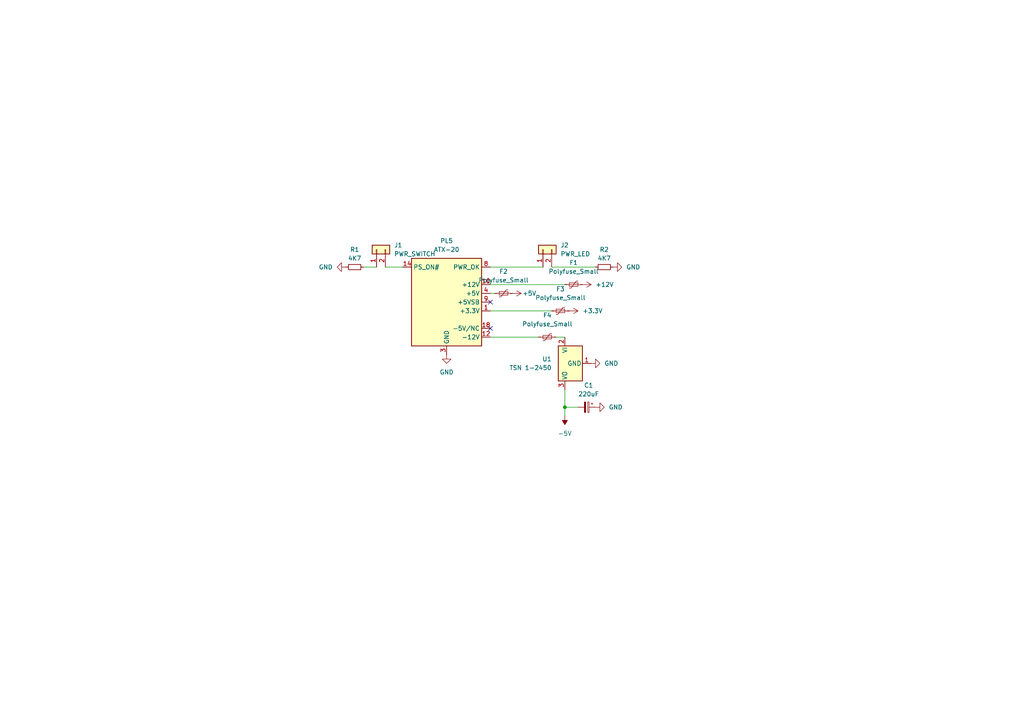
<source format=kicad_sch>
(kicad_sch (version 20231120) (generator "eeschema") (generator_version "8.0")
  (paper "A4")
  (lib_symbols
    (symbol "Connector:ATX-20"
      (property "Reference" "J" (at -8.89 13.97 0))
      (property "Value" "ATX-20" (at 6.35 13.97 0))
      (symbol "ATX-20_0_1"
        (rectangle (start -10.16 12.7) (end 10.16 -12.7) (stroke (width 0.254)) (fill (type background)))
      )
      (symbol "ATX-20_1_1"
        (pin power_out line (at 12.7 -2.54 180) (length 2.54) (name "+3.3V") (number "1"))
        (pin power_out line (at 12.7 5.08 180) (length 2.54) (name "+12V") (number "10"))
        (pin passive line (at 12.7 -2.54 180) (length 2.54) hide (name "+3.3V") (number "11"))
        (pin power_out line (at 12.7 -10.16 180) (length 2.54) (name "-12V") (number "12"))
        (pin passive line (at 0 -15.24 90) (length 2.54) hide (name "GND") (number "13"))
        (pin open_collector line (at -12.7 10.16 0) (length 2.54) (name "PS_ON#") (number "14"))
        (pin passive line (at 0 -15.24 90) (length 2.54) hide (name "GND") (number "15"))
        (pin passive line (at 0 -15.24 90) (length 2.54) hide (name "GND") (number "16"))
        (pin passive line (at 0 -15.24 90) (length 2.54) hide (name "GND") (number "17"))
        (pin power_out line (at 12.7 -7.62 180) (length 2.54) (name "-5V/NC") (number "18"))
        (pin passive line (at 12.7 2.54 180) (length 2.54) hide (name "+5V") (number "19"))
        (pin passive line (at 12.7 -2.54 180) (length 2.54) hide (name "+3.3V") (number "2"))
        (pin passive line (at 12.7 2.54 180) (length 2.54) hide (name "+5V") (number "20"))
        (pin power_out line (at 0 -15.24 90) (length 2.54) (name "GND") (number "3"))
        (pin power_out line (at 12.7 2.54 180) (length 2.54) (name "+5V") (number "4"))
        (pin passive line (at 0 -15.24 90) (length 2.54) hide (name "GND") (number "5"))
        (pin passive line (at 12.7 2.54 180) (length 2.54) hide (name "+5V") (number "6"))
        (pin passive line (at 0 -15.24 90) (length 2.54) hide (name "GND") (number "7"))
        (pin output line (at 12.7 10.16 180) (length 2.54) (name "PWR_OK") (number "8"))
        (pin power_out line (at 12.7 0 180) (length 2.54) (name "+5VSB") (number "9"))
      )
    )
    (symbol "Connector_Generic:Conn_01x02" (pin_names (offset 1.016) hide)
      (property "Reference" "J" (at 0 2.54 0))
      (property "Value" "Conn_01x02" (at 0 -5.08 0))
      (symbol "Conn_01x02_1_1"
        (rectangle (start -1.27 -2.413) (end 0 -2.667) (stroke (width 0.1524)))
        (rectangle (start -1.27 0.127) (end 0 -0.127) (stroke (width 0.1524)))
        (rectangle (start -1.27 1.27) (end 1.27 -3.81) (stroke (width 0.254)) (fill (type background)))
        (pin passive line (at -5.08 0 0) (length 3.81) (name "Pin_1") (number "1"))
        (pin passive line (at -5.08 -2.54 0) (length 3.81) (name "Pin_2") (number "2"))
      )
    )
    (symbol "Device:C_Polarized_Small" (pin_numbers hide) (pin_names (offset 0.254) hide)
      (property "Reference" "C" (at 0.254 1.778 0))
      (property "Value" "C_Polarized_Small" (at 0.254 -2.032 0))
      (symbol "C_Polarized_Small_0_1"
        (rectangle (start -1.524 -0.3048) (end 1.524 -0.6858) (fill (type outline)))
        (rectangle (start -1.524 0.6858) (end 1.524 0.3048))
        (polyline (pts (xy -1.27 1.524) (xy -0.762 1.524)))
        (polyline (pts (xy -1.016 1.27) (xy -1.016 1.778)))
      )
      (symbol "C_Polarized_Small_1_1"
        (pin passive line (at 0 2.54 270) (length 1.8542) (name "~") (number "1"))
        (pin passive line (at 0 -2.54 90) (length 1.8542) (name "~") (number "2"))
      )
    )
    (symbol "Device:Polyfuse_Small" (pin_numbers hide) (pin_names (offset 0))
      (property "Reference" "F" (at -1.905 0 90))
      (property "Value" "Polyfuse_Small" (at 1.905 0 90))
      (symbol "Polyfuse_Small_0_1"
        (rectangle (start -0.508 1.27) (end 0.508 -1.27))
        (polyline (pts (xy 0 2.54) (xy 0 -2.54)))
        (polyline (pts (xy -1.016 1.27) (xy -1.016 0.762) (xy 1.016 -0.762) (xy 1.016 -1.27)))
      )
      (symbol "Polyfuse_Small_1_1"
        (pin passive line (at 0 2.54 270) (length 0.635) (name "~") (number "1"))
        (pin passive line (at 0 -2.54 90) (length 0.635) (name "~") (number "2"))
      )
    )
    (symbol "Device:R_Small" (pin_numbers hide) (pin_names (offset 0.254) hide)
      (property "Reference" "R" (at 0.762 0.508 0))
      (property "Value" "R_Small" (at 0.762 -1.016 0))
      (symbol "R_Small_0_1"
        (rectangle (start -0.762 1.778) (end 0.762 -1.778) (stroke (width 0.2032)))
      )
      (symbol "R_Small_1_1"
        (pin passive line (at 0 2.54 270) (length 0.762) (name "~") (number "1"))
        (pin passive line (at 0 -2.54 90) (length 0.762) (name "~") (number "2"))
      )
    )
    (symbol "Regulator_Linear:LM7905_TO220" (pin_names (offset 0.254))
      (property "Reference" "U" (at -3.81 -3.175 0))
      (property "Value" "LM7905_TO220" (at 0 -3.175 0))
      (symbol "LM7905_TO220_0_1"
        (rectangle (start -5.08 5.08) (end 5.08 -1.905) (stroke (width 0.254)) (fill (type background)))
      )
      (symbol "LM7905_TO220_1_1"
        (pin power_in line (at 0 7.62 270) (length 2.54) (name "GND") (number "1"))
        (pin power_in line (at -7.62 0 0) (length 2.54) (name "VI") (number "2"))
        (pin power_out line (at 7.62 0 180) (length 2.54) (name "VO") (number "3"))
      )
    )
    (symbol "power:+12V" (power) (pin_names (offset 0))
      (property "Value" "+12V" (at 0 3.556 0))
      (symbol "+12V_0_1"
        (polyline (pts (xy -0.762 1.27) (xy 0 2.54)))
        (polyline (pts (xy 0 0) (xy 0 2.54)))
        (polyline (pts (xy 0 2.54) (xy 0.762 1.27)))
      )
      (symbol "+12V_1_1"
        (pin power_in line (at 0 0 90) (length 0) hide (name "+12V") (number "1"))
      )
    )
    (symbol "power:+3.3V" (power) (pin_numbers hide) (pin_names (offset 0) hide)
      (property "Value" "+3.3V" (at 0 3.556 0))
      (symbol "+3.3V_0_1"
        (polyline (pts (xy -0.762 1.27) (xy 0 2.54)))
        (polyline (pts (xy 0 0) (xy 0 2.54)))
        (polyline (pts (xy 0 2.54) (xy 0.762 1.27)))
      )
      (symbol "+3.3V_1_1"
        (pin power_in line (at 0 0 90) (length 0) (name "~") (number "1"))
      )
    )
    (symbol "power:+5V" (power) (pin_names (offset 0))
      (property "Value" "+5V" (at 0 3.556 0))
      (symbol "+5V_0_1"
        (polyline (pts (xy -0.762 1.27) (xy 0 2.54)))
        (polyline (pts (xy 0 0) (xy 0 2.54)))
        (polyline (pts (xy 0 2.54) (xy 0.762 1.27)))
      )
      (symbol "+5V_1_1"
        (pin power_in line (at 0 0 90) (length 0) hide (name "+5V") (number "1"))
      )
    )
    (symbol "power:-5V" (power) (pin_numbers hide) (pin_names (offset 0) hide)
      (property "Value" "-5V" (at 0 3.556 0))
      (symbol "-5V_0_0"
        (pin power_in line (at 0 0 90) (length 0) (name "~") (number "1"))
      )
      (symbol "-5V_0_1"
        (polyline (pts (xy 0 0) (xy 0 1.27) (xy 0.762 1.27) (xy 0 2.54) (xy -0.762 1.27) (xy 0 1.27)) (fill (type outline)))
      )
    )
    (symbol "power:GND" (power) (pin_names (offset 0))
      (property "Value" "GND" (at 0 -3.81 0))
      (symbol "GND_0_1"
        (polyline (pts (xy 0 0) (xy 0 -1.27) (xy 1.27 -1.27) (xy 0 -2.54) (xy -1.27 -1.27) (xy 0 -1.27)))
      )
      (symbol "GND_1_1"
        (pin power_in line (at 0 0 270) (length 0) hide (name "GND") (number "1"))
      )
    )
  )
  (junction (at 163.83 118.11))
  (no_connect (at 142.24 95.25))
  (no_connect (at 142.24 87.63))
  (wire (pts (xy 143.51 85.09) (xy 142.24 85.09)))
  (wire (pts (xy 167.64 118.11) (xy 163.83 118.11)))
  (wire (pts (xy 142.24 77.47) (xy 157.48 77.47)))
  (wire (pts (xy 161.29 97.79) (xy 163.83 97.79)))
  (wire (pts (xy 163.83 120.65) (xy 163.83 118.11)))
  (wire (pts (xy 163.83 118.11) (xy 163.83 113.03)))
  (wire (pts (xy 172.72 77.47) (xy 160.02 77.47)))
  (wire (pts (xy 160.02 90.17) (xy 142.24 90.17)))
  (wire (pts (xy 142.24 97.79) (xy 156.21 97.79)))
  (wire (pts (xy 163.83 82.55) (xy 142.24 82.55)))
  (wire (pts (xy 111.76 77.47) (xy 116.84 77.47)))
  (wire (pts (xy 105.41 77.47) (xy 109.22 77.47)))
  (symbol (lib_id "power:+5V") (at 148.59 85.09 270) (mirror x) (unit 1)
    (property "Reference" "#PWR025" (effects (hide yes)))
    (property "Value" "+5V" (at 155.575 85.09 90) (effects (justify right)))
  )
  (symbol (lib_id "power:+3.3V") (at 165.1 90.17 270) (unit 1)
    (property "Reference" "#PWR026" (effects (hide yes)))
    (property "Value" "+3.3V" (at 168.91 90.1699 90) (effects (justify left)))
    (property "Description" "Power symbol creates a global label with name \"+3.3V\"" (effects (hide yes)))
  )
  (symbol (lib_id "Device:R_Small") (at 175.26 77.47 90) (unit 1)
    (property "Reference" "R2" (at 175.26 72.39 90))
    (property "Value" "4K7" (at 175.26 74.93 90))
    (property "Footprint" "Resistor_THT:R_Axial_DIN0204_L3.6mm_D1.6mm_P2.54mm_Vertical" (effects (hide yes)))
    (property "Description" "Resistor, small symbol" (effects (hide yes)))
    (property "DigiKey" "541-4131-1-ND" (effects (hide yes)))
  )
  (symbol (lib_id "power:-5V") (at 163.83 120.65 180) (unit 1)
    (property "Reference" "#PWR027" (effects (hide yes)))
    (property "Value" "-5V" (at 163.83 125.73 0))
    (property "Description" "Power symbol creates a global label with name \"-5V\"" (effects (hide yes)))
  )
  (symbol (lib_id "Device:R_Small") (at 102.87 77.47 90) (unit 1)
    (property "Reference" "R1" (at 102.87 72.39 90))
    (property "Value" "4K7" (at 102.87 74.93 90))
    (property "Footprint" "Resistor_THT:R_Axial_DIN0204_L3.6mm_D1.6mm_P2.54mm_Vertical" (effects (hide yes)))
    (property "Description" "Resistor, small symbol" (effects (hide yes)))
    (property "DigiKey" "541-4131-1-ND" (effects (hide yes)))
  )
  (symbol (lib_id "Device:Polyfuse_Small") (at 166.37 82.55 90) (unit 1)
    (property "Reference" "F1" (at 166.37 76.2 90))
    (property "Value" "Polyfuse_Small" (at 166.37 78.74 90))
    (property "Footprint" "Fuse:Fuse_Bourns_MF-RHT400" (effects (hide yes)))
    (property "Description" "Resettable fuse, polymeric positive temperature coefficient, small symbol" (effects (hide yes)))
  )
  (symbol (lib_id "power:+12V") (at 168.91 82.55 270) (mirror x) (unit 1)
    (property "Reference" "#PWR024" (effects (hide yes)))
    (property "Value" "+12V" (at 172.72 82.5499 90) (effects (justify left)))
  )
  (symbol (lib_id "power:GND") (at 172.72 118.11 90) (mirror x) (unit 1)
    (property "Reference" "#PWR029" (effects (hide yes)))
    (property "Value" "GND" (at 176.53 118.1099 90) (effects (justify right)))
  )
  (symbol (lib_id "Regulator_Linear:LM7905_TO220") (at 163.83 105.41 270) (unit 1)
    (property "Reference" "U1" (at 160.02 104.1399 90) (effects (justify right)))
    (property "Value" "TSN 1-2450" (at 160.02 106.6799 90) (effects (justify right)))
    (property "Footprint" "Package_TO_SOT_THT:TO-220-3_Horizontal_TabDown" (effects (hide yes)))
    (property "Datasheet" "https://www.onsemi.com/pub/Collateral/MC7900-D.PDF" (effects (hide yes)))
    (property "Description" "Negative 1A 35V Linear Regulator, Fixed Output 5V, TO-220" (effects (hide yes)))
    (property "DigiKey" "TSN1-2450-ND" (effects (hide yes)))
  )
  (symbol (lib_id "power:GND") (at 177.8 77.47 90) (mirror x) (unit 1)
    (property "Reference" "#PWR030" (effects (hide yes)))
    (property "Value" "GND" (at 181.61 77.4699 90) (effects (justify right)))
  )
  (symbol (lib_id "power:GND") (at 171.45 105.41 90) (mirror x) (unit 1)
    (property "Reference" "#PWR028" (effects (hide yes)))
    (property "Value" "GND" (at 175.26 105.4099 90) (effects (justify right)))
  )
  (symbol (lib_id "Connector:ATX-20") (at 129.54 87.63 0) (unit 1)
    (property "Reference" "PL5" (at 129.54 69.85 0))
    (property "Value" "ATX-20" (at 129.54 72.39 0))
    (property "Footprint" "Connector_Molex:Molex_Mini-Fit_Jr_5566-20A_2x10_P4.20mm_Vertical" (effects (hide yes)))
    (property "Datasheet" "https://web.aub.edu.lb/pub/docs/atx_201.pdf#page=20" (effects (hide yes)))
    (property "Description" "ATX Power supply 20pins" (effects (hide yes)))
  )
  (symbol (lib_id "Device:Polyfuse_Small") (at 158.75 97.79 90) (unit 1)
    (property "Reference" "F4" (at 158.75 91.44 90))
    (property "Value" "Polyfuse_Small" (at 158.75 93.98 90))
    (property "Footprint" "Fuse:Fuse_Bourns_MF-RHT400" (effects (hide yes)))
    (property "Description" "Resettable fuse, polymeric positive temperature coefficient, small symbol" (effects (hide yes)))
  )
  (symbol (lib_id "Device:C_Polarized_Small") (at 170.18 118.11 270) (unit 1)
    (property "Reference" "C1" (at 170.7261 111.76 90))
    (property "Value" "220uF" (at 170.7261 114.3 90))
    (property "Footprint" "Capacitor_THT:CP_Radial_D8.0mm_P5.00mm" (effects (hide yes)))
    (property "Description" "Polarized capacitor, small symbol" (effects (hide yes)))
    (property "DigiKey" "732-875575345004CT-ND" (effects (hide yes)))
  )
  (symbol (lib_id "Device:Polyfuse_Small") (at 146.05 85.09 90) (unit 1)
    (property "Reference" "F2" (at 146.05 78.74 90))
    (property "Value" "Polyfuse_Small" (at 146.05 81.28 90))
    (property "Footprint" "Fuse:Fuse_Bourns_MF-RHT400" (effects (hide yes)))
    (property "Description" "Resettable fuse, polymeric positive temperature coefficient, small symbol" (effects (hide yes)))
  )
  (symbol (lib_id "power:GND") (at 100.33 77.47 270) (mirror x) (unit 1)
    (property "Reference" "#PWR021" (effects (hide yes)))
    (property "Value" "GND" (at 96.52 77.4699 90) (effects (justify right)))
  )
  (symbol (lib_id "Device:Polyfuse_Small") (at 162.56 90.17 90) (unit 1)
    (property "Reference" "F3" (at 162.56 83.82 90))
    (property "Value" "Polyfuse_Small" (at 162.56 86.36 90))
    (property "Footprint" "Fuse:Fuse_Bourns_MF-RHT400" (effects (hide yes)))
    (property "Description" "Resettable fuse, polymeric positive temperature coefficient, small symbol" (effects (hide yes)))
  )
  (symbol (lib_id "power:GND") (at 129.54 102.87 0) (mirror y) (unit 1)
    (property "Reference" "#PWR022" (effects (hide yes)))
    (property "Value" "GND" (at 129.54 107.95 0))
  )
  (symbol (lib_id "Connector_Generic:Conn_01x02") (at 109.22 72.39 90) (unit 1)
    (property "Reference" "J1" (at 114.3 71.1199 90) (effects (justify right)))
    (property "Value" "PWR_SWITCH" (at 114.3 73.6599 90) (effects (justify right)))
    (property "Footprint" "Connector_PinHeader_2.54mm:PinHeader_1x02_P2.54mm_Vertical" (effects (hide yes)))
    (property "Description" "Generic connector, single row, 01x02, script generated (kicad-library-utils/schlib/autogen/connector/)" (effects (hide yes)))
  )
  (symbol (lib_id "Connector_Generic:Conn_01x02") (at 157.48 72.39 90) (unit 1)
    (property "Reference" "J2" (at 162.56 71.1199 90) (effects (justify right)))
    (property "Value" "PWR_LED" (at 162.56 73.6599 90) (effects (justify right)))
    (property "Footprint" "Connector_PinHeader_2.54mm:PinHeader_1x02_P2.54mm_Vertical" (effects (hide yes)))
    (property "Description" "Generic connector, single row, 01x02, script generated (kicad-library-utils/schlib/autogen/connector/)" (effects (hide yes)))
  )
)
</source>
